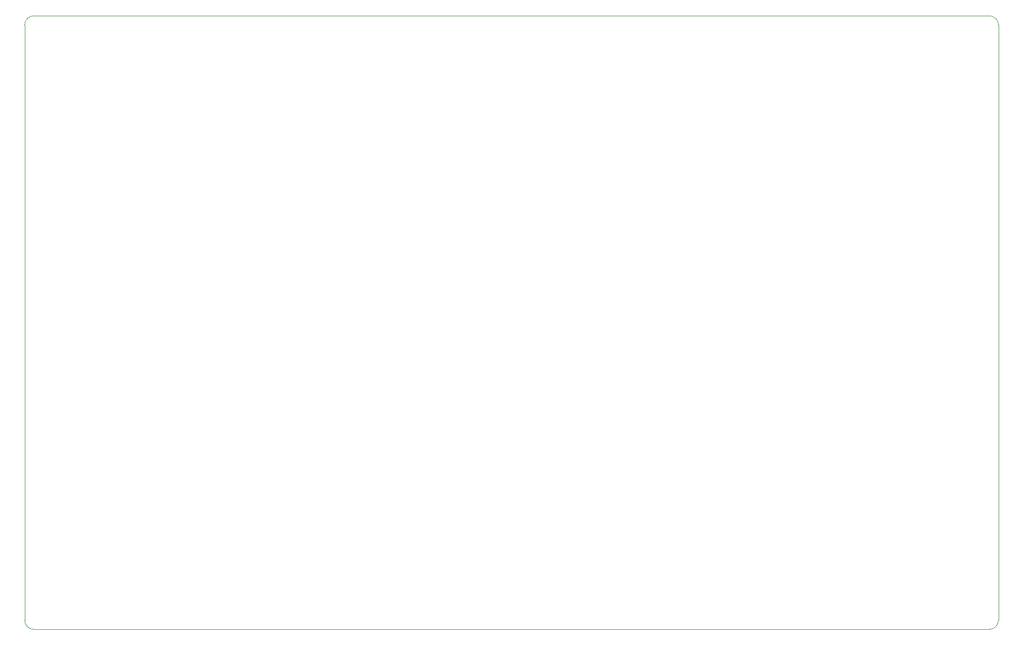
<source format=gbr>
G04 #@! TF.GenerationSoftware,KiCad,Pcbnew,(5.0.2)-1*
G04 #@! TF.CreationDate,2019-02-25T14:42:47-06:00*
G04 #@! TF.ProjectId,OpenThermostat,4f70656e-5468-4657-926d-6f737461742e,rev?*
G04 #@! TF.SameCoordinates,Original*
G04 #@! TF.FileFunction,Profile,NP*
%FSLAX46Y46*%
G04 Gerber Fmt 4.6, Leading zero omitted, Abs format (unit mm)*
G04 Created by KiCad (PCBNEW (5.0.2)-1) date 2/25/2019 2:42:47 PM*
%MOMM*%
%LPD*%
G01*
G04 APERTURE LIST*
%ADD10C,0.100000*%
G04 APERTURE END LIST*
D10*
X51054000Y-158242000D02*
X51054000Y-157480000D01*
X213614000Y-158242000D02*
X213614000Y-157480000D01*
X52578000Y-57404000D02*
X212090000Y-57404000D01*
X51054000Y-157480000D02*
X51054000Y-58928000D01*
X52578000Y-57404000D02*
G75*
G03X51054000Y-58928000I0J-1524000D01*
G01*
X52578000Y-159766000D02*
X212090000Y-159766000D01*
X51054000Y-158242000D02*
G75*
G03X52578000Y-159766000I1524000J0D01*
G01*
X213614000Y-58928000D02*
X213614000Y-157480000D01*
X212090000Y-159766000D02*
G75*
G03X213614000Y-158242000I0J1524000D01*
G01*
X213614000Y-58928000D02*
G75*
G03X212090000Y-57404000I-1524000J0D01*
G01*
M02*

</source>
